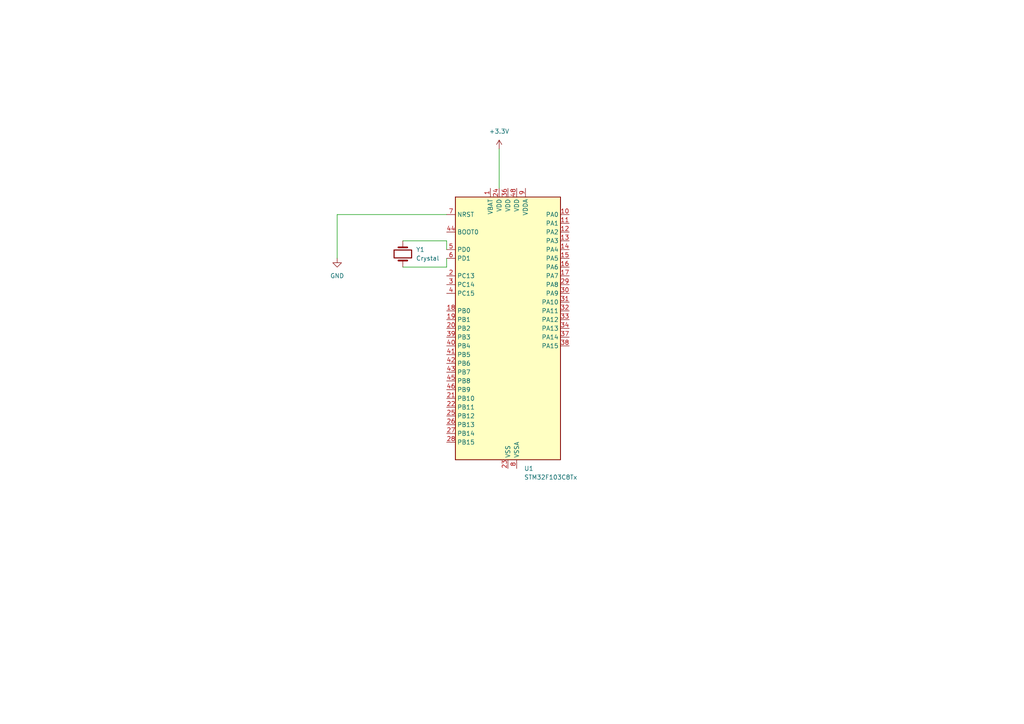
<source format=kicad_sch>
(kicad_sch (version 20250114) (generator "eeschema") (generator_version "9.0")
  (paper "A4")
  (lib_symbols
    (symbol "Device:Crystal" (pin_numbers (hide yes)) (pin_names (offset 1.016) (hide yes))
      (property "Reference" "Y" (at 0 3.81 0))
      (property "Value" "Crystal" (at 0 -3.81 0))
      (symbol "Crystal_0_1"
        (polyline (pts (xy -2.54 0) (xy -1.905 0)))
        (polyline (pts (xy -1.905 -1.27) (xy -1.905 1.27)) (stroke (width 0.508)))
        (rectangle (start -1.143 2.54) (end 1.143 -2.54) (stroke (width 0.3048)))
        (polyline (pts (xy 1.905 -1.27) (xy 1.905 1.27)) (stroke (width 0.508)))
        (polyline (pts (xy 2.54 0) (xy 1.905 0)))
      )
      (symbol "Crystal_1_1"
        (pin passive line (at -3.81 0 0) (length 1.27) (name "1") (number "1"))
        (pin passive line (at 3.81 0 180) (length 1.27) (name "2") (number "2"))
      )
    )
    (symbol "MCU_ST_STM32F1:STM32F103C8Tx"
      (property "Reference" "U" (at -15.24 39.37 0))
      (property "Value" "STM32F103C8Tx" (at 7.62 39.37 0))
      (symbol "STM32F103C8Tx_0_1"
        (rectangle (start -15.24 -38.1) (end 15.24 38.1) (stroke (width 0.254)) (fill (type background)))
      )
      (symbol "STM32F103C8Tx_1_1"
        (pin input line (at -17.78 33.02 0) (length 2.54) (name "NRST") (number "7"))
        (pin input line (at -17.78 27.94 0) (length 2.54) (name "BOOT0") (number "44"))
        (pin bidirectional line (at -17.78 22.86 0) (length 2.54) (name "PD0") (number "5"))
        (pin bidirectional line (at -17.78 20.32 0) (length 2.54) (name "PD1") (number "6"))
        (pin bidirectional line (at -17.78 15.24 0) (length 2.54) (name "PC13") (number "2"))
        (pin bidirectional line (at -17.78 12.7 0) (length 2.54) (name "PC14") (number "3"))
        (pin bidirectional line (at -17.78 10.16 0) (length 2.54) (name "PC15") (number "4"))
        (pin bidirectional line (at -17.78 5.08 0) (length 2.54) (name "PB0") (number "18"))
        (pin bidirectional line (at -17.78 2.54 0) (length 2.54) (name "PB1") (number "19"))
        (pin bidirectional line (at -17.78 0 0) (length 2.54) (name "PB2") (number "20"))
        (pin bidirectional line (at -17.78 -2.54 0) (length 2.54) (name "PB3") (number "39"))
        (pin bidirectional line (at -17.78 -5.08 0) (length 2.54) (name "PB4") (number "40"))
        (pin bidirectional line (at -17.78 -7.62 0) (length 2.54) (name "PB5") (number "41"))
        (pin bidirectional line (at -17.78 -10.16 0) (length 2.54) (name "PB6") (number "42"))
        (pin bidirectional line (at -17.78 -12.7 0) (length 2.54) (name "PB7") (number "43"))
        (pin bidirectional line (at -17.78 -15.24 0) (length 2.54) (name "PB8") (number "45"))
        (pin bidirectional line (at -17.78 -17.78 0) (length 2.54) (name "PB9") (number "46"))
        (pin bidirectional line (at -17.78 -20.32 0) (length 2.54) (name "PB10") (number "21"))
        (pin bidirectional line (at -17.78 -22.86 0) (length 2.54) (name "PB11") (number "22"))
        (pin bidirectional line (at -17.78 -25.4 0) (length 2.54) (name "PB12") (number "25"))
        (pin bidirectional line (at -17.78 -27.94 0) (length 2.54) (name "PB13") (number "26"))
        (pin bidirectional line (at -17.78 -30.48 0) (length 2.54) (name "PB14") (number "27"))
        (pin bidirectional line (at -17.78 -33.02 0) (length 2.54) (name "PB15") (number "28"))
        (pin power_in line (at -5.08 40.64 270) (length 2.54) (name "VBAT") (number "1"))
        (pin power_in line (at -2.54 40.64 270) (length 2.54) (name "VDD") (number "24"))
        (pin power_in line (at 0 40.64 270) (length 2.54) (name "VDD") (number "36"))
        (pin power_in line (at 0 -40.64 90) (length 2.54) (name "VSS") (number "23"))
        (pin passive line (at 0 -40.64 90) (length 2.54) (hide yes) (name "VSS") (number "35"))
        (pin passive line (at 0 -40.64 90) (length 2.54) (hide yes) (name "VSS") (number "47"))
        (pin power_in line (at 2.54 40.64 270) (length 2.54) (name "VDD") (number "48"))
        (pin power_in line (at 2.54 -40.64 90) (length 2.54) (name "VSSA") (number "8"))
        (pin power_in line (at 5.08 40.64 270) (length 2.54) (name "VDDA") (number "9"))
        (pin bidirectional line (at 17.78 33.02 180) (length 2.54) (name "PA0") (number "10"))
        (pin bidirectional line (at 17.78 30.48 180) (length 2.54) (name "PA1") (number "11"))
        (pin bidirectional line (at 17.78 27.94 180) (length 2.54) (name "PA2") (number "12"))
        (pin bidirectional line (at 17.78 25.4 180) (length 2.54) (name "PA3") (number "13"))
        (pin bidirectional line (at 17.78 22.86 180) (length 2.54) (name "PA4") (number "14"))
        (pin bidirectional line (at 17.78 20.32 180) (length 2.54) (name "PA5") (number "15"))
        (pin bidirectional line (at 17.78 17.78 180) (length 2.54) (name "PA6") (number "16"))
        (pin bidirectional line (at 17.78 15.24 180) (length 2.54) (name "PA7") (number "17"))
        (pin bidirectional line (at 17.78 12.7 180) (length 2.54) (name "PA8") (number "29"))
        (pin bidirectional line (at 17.78 10.16 180) (length 2.54) (name "PA9") (number "30"))
        (pin bidirectional line (at 17.78 7.62 180) (length 2.54) (name "PA10") (number "31"))
        (pin bidirectional line (at 17.78 5.08 180) (length 2.54) (name "PA11") (number "32"))
        (pin bidirectional line (at 17.78 2.54 180) (length 2.54) (name "PA12") (number "33"))
        (pin bidirectional line (at 17.78 0 180) (length 2.54) (name "PA13") (number "34"))
        (pin bidirectional line (at 17.78 -2.54 180) (length 2.54) (name "PA14") (number "37"))
        (pin bidirectional line (at 17.78 -5.08 180) (length 2.54) (name "PA15") (number "38"))
      )
    )
    (symbol "power:+1V0" (power) (pin_numbers (hide yes)) (pin_names (offset 0) (hide yes))
      (property "Value" "+1V0" (at 0 3.556 0))
      (symbol "+1V0_0_1"
        (polyline (pts (xy -0.762 1.27) (xy 0 2.54)))
        (polyline (pts (xy 0 2.54) (xy 0.762 1.27)))
        (polyline (pts (xy 0 0) (xy 0 2.54)))
      )
      (symbol "+1V0_1_1"
        (pin power_in line (at 0 0 90) (length 0) (name "~") (number "1"))
      )
    )
    (symbol "power:+3.3V" (power) (pin_numbers (hide yes)) (pin_names (offset 0) (hide yes))
      (property "Value" "+3.3V" (at 0 3.556 0))
      (symbol "+3.3V_0_1"
        (polyline (pts (xy -0.762 1.27) (xy 0 2.54)))
        (polyline (pts (xy 0 2.54) (xy 0.762 1.27)))
        (polyline (pts (xy 0 0) (xy 0 2.54)))
      )
      (symbol "+3.3V_1_1"
        (pin power_in line (at 0 0 90) (length 0) (name "~") (number "1"))
      )
    )
    (symbol "power:GND" (power) (pin_numbers (hide yes)) (pin_names (offset 0) (hide yes))
      (property "Value" "GND" (at 0 -3.81 0))
      (symbol "GND_0_1"
        (polyline (pts (xy 0 0) (xy 0 -1.27) (xy 1.27 -1.27) (xy 0 -2.54) (xy -1.27 -1.27) (xy 0 -1.27)))
      )
      (symbol "GND_1_1"
        (pin power_in line (at 0 0 270) (length 0) (name "~") (number "1"))
      )
    )
  )
  (wire (pts (xy 116.84 69.85) (xy 129.54 69.85)))
  (wire (pts (xy 97.79 62.23) (xy 129.54 62.23)))
  (wire (pts (xy 97.79 74.93) (xy 97.79 62.23)))
  (wire (pts (xy 144.78 43.18) (xy 144.78 54.61)))
  (wire (pts (xy 129.54 69.85) (xy 129.54 72.39)))
  (wire (pts (xy 129.54 74.93) (xy 129.54 77.47)))
  (wire (pts (xy 129.54 77.47) (xy 116.84 77.47)))
  (symbol (lib_id "power:+3.3V") (at 144.78 43.18 0) (unit 1)
    (property "Reference" "#PWR02" (effects (hide yes)))
    (property "Value" "+3.3V" (at 144.78 38.1 0))
    (property "Description" "Power symbol creates a global label with name \"+3.3V\"" (effects (hide yes)))
  )
  (symbol (lib_id "Device:Crystal") (at 116.84 73.66 270) (unit 1)
    (property "Reference" "Y1" (at 120.65 72.3899 90) (effects (justify left)))
    (property "Value" "Crystal" (at 120.65 74.9299 90) (effects (justify left)))
    (property "Description" "Two pin crystal" (effects (hide yes)))
  )
  (symbol (lib_id "power:+1V0") (at -2.54 22.86 0) (unit 1)
    (property "Reference" "#PWR01" (effects (hide yes)))
    (property "Value" "+1V0" (at -2.54 17.78 0))
    (property "Description" "Power symbol creates a global label with name \"+1V0\"" (effects (hide yes)))
  )
  (symbol (lib_id "power:GND") (at 97.79 74.93 0) (unit 1)
    (property "Reference" "#PWR03" (effects (hide yes)))
    (property "Value" "GND" (at 97.79 80.01 0))
    (property "Description" "Power symbol creates a global label with name \"GND\" , ground" (effects (hide yes)))
  )
  (symbol (lib_id "MCU_ST_STM32F1:STM32F103C8Tx") (at 147.32 95.25 0) (unit 1)
    (property "Reference" "U1" (at 152.0033 135.89 0) (effects (justify left)))
    (property "Value" "STM32F103C8Tx" (at 152.0033 138.43 0) (effects (justify left)))
    (property "Footprint" "Package_QFP:LQFP-48_7x7mm_P0.5mm" (effects (hide yes)))
    (property "Datasheet" "https://www.st.com/resource/en/datasheet/stm32f103c8.pdf" (effects (hide yes)))
    (property "Description" "STMicroelectronics Arm Cortex-M3 MCU, 64KB flash, 20KB RAM, 72 MHz, 2.0-3.6V, 37 GPIO, LQFP48" (effects (hide yes)))
  )
)
</source>
